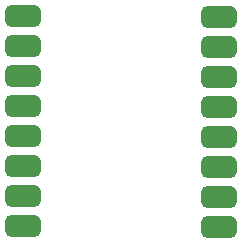
<source format=gbr>
%TF.GenerationSoftware,KiCad,Pcbnew,8.0.4*%
%TF.CreationDate,2024-07-21T20:28:23+02:00*%
%TF.ProjectId,kurumi,6b757275-6d69-42e6-9b69-6361645f7063,rev?*%
%TF.SameCoordinates,Original*%
%TF.FileFunction,Paste,Top*%
%TF.FilePolarity,Positive*%
%FSLAX46Y46*%
G04 Gerber Fmt 4.6, Leading zero omitted, Abs format (unit mm)*
G04 Created by KiCad (PCBNEW 8.0.4) date 2024-07-21 20:28:23*
%MOMM*%
%LPD*%
G01*
G04 APERTURE LIST*
G04 Aperture macros list*
%AMRoundRect*
0 Rectangle with rounded corners*
0 $1 Rounding radius*
0 $2 $3 $4 $5 $6 $7 $8 $9 X,Y pos of 4 corners*
0 Add a 4 corners polygon primitive as box body*
4,1,4,$2,$3,$4,$5,$6,$7,$8,$9,$2,$3,0*
0 Add four circle primitives for the rounded corners*
1,1,$1+$1,$2,$3*
1,1,$1+$1,$4,$5*
1,1,$1+$1,$6,$7*
1,1,$1+$1,$8,$9*
0 Add four rect primitives between the rounded corners*
20,1,$1+$1,$2,$3,$4,$5,0*
20,1,$1+$1,$4,$5,$6,$7,0*
20,1,$1+$1,$6,$7,$8,$9,0*
20,1,$1+$1,$8,$9,$2,$3,0*%
G04 Aperture macros list end*
%ADD10RoundRect,0.450000X-1.050000X-0.450000X1.050000X-0.450000X1.050000X0.450000X-1.050000X0.450000X0*%
G04 APERTURE END LIST*
D10*
%TO.C,U1*%
X39867034Y-41013807D03*
X39867034Y-38473807D03*
X39867034Y-35933807D03*
X39867034Y-33393807D03*
X39867034Y-28313807D03*
X39867034Y-30853807D03*
X23350000Y-23220000D03*
X39867034Y-23233807D03*
X23350000Y-25760000D03*
X23350000Y-28300000D03*
X23350000Y-30840000D03*
X23350000Y-33380000D03*
X23350000Y-35920000D03*
X23350000Y-38460000D03*
X23350000Y-41000000D03*
X39867034Y-25773807D03*
%TD*%
M02*

</source>
